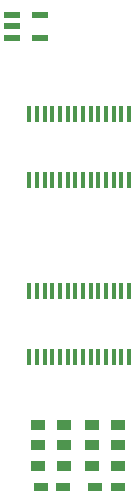
<source format=gtp>
%TF.GenerationSoftware,KiCad,Pcbnew,(5.1.6-0-10_14)*%
%TF.CreationDate,2020-09-10T14:25:20+09:00*%
%TF.ProjectId,qPCR-photo_mux_ADG706BRUZ-ND,71504352-2d70-4686-9f74-6f5f6d75785f,rev?*%
%TF.SameCoordinates,Original*%
%TF.FileFunction,Paste,Top*%
%TF.FilePolarity,Positive*%
%FSLAX46Y46*%
G04 Gerber Fmt 4.6, Leading zero omitted, Abs format (unit mm)*
G04 Created by KiCad (PCBNEW (5.1.6-0-10_14)) date 2020-09-10 14:25:20*
%MOMM*%
%LPD*%
G01*
G04 APERTURE LIST*
%ADD10R,1.200000X0.750000*%
%ADD11R,1.200000X0.900000*%
%ADD12R,0.355600X1.473200*%
%ADD13R,1.473200X0.558800*%
G04 APERTURE END LIST*
D10*
%TO.C,C1*%
X89650000Y-106750000D03*
X87750000Y-106750000D03*
%TD*%
%TO.C,C2*%
X94250000Y-106750000D03*
X92350000Y-106750000D03*
%TD*%
D11*
%TO.C,R1*%
X89750000Y-105000000D03*
X87550000Y-105000000D03*
%TD*%
%TO.C,R2*%
X89750000Y-103250000D03*
X87550000Y-103250000D03*
%TD*%
%TO.C,R3*%
X89700000Y-101500000D03*
X87500000Y-101500000D03*
%TD*%
%TO.C,R4*%
X94250000Y-105000000D03*
X92050000Y-105000000D03*
%TD*%
%TO.C,R5*%
X94250000Y-103250000D03*
X92050000Y-103250000D03*
%TD*%
%TO.C,R6*%
X94250000Y-101500000D03*
X92050000Y-101500000D03*
%TD*%
D12*
%TO.C,U1*%
X86775000Y-95819400D03*
X87425001Y-95819400D03*
X88075000Y-95819400D03*
X88725001Y-95819400D03*
X89374999Y-95819400D03*
X90025001Y-95819400D03*
X90674999Y-95819400D03*
X91324998Y-95819400D03*
X91974999Y-95819400D03*
X92624998Y-95819400D03*
X93274999Y-95819400D03*
X93924998Y-95819400D03*
X94574999Y-95819400D03*
X95224998Y-95819400D03*
X95225000Y-90180600D03*
X94574999Y-90180600D03*
X93925000Y-90180600D03*
X93274999Y-90180600D03*
X92625001Y-90180600D03*
X91974999Y-90180600D03*
X91325001Y-90180600D03*
X90674999Y-90180600D03*
X90025001Y-90180600D03*
X89374999Y-90180600D03*
X88725001Y-90180600D03*
X88075000Y-90180600D03*
X87425001Y-90180600D03*
X86775000Y-90180600D03*
%TD*%
D13*
%TO.C,U3*%
X87696000Y-66829899D03*
X87696000Y-68729901D03*
X85308400Y-68729901D03*
X85308400Y-67779900D03*
X85308400Y-66829899D03*
%TD*%
D12*
%TO.C,U4*%
X86775000Y-75180600D03*
X87425001Y-75180600D03*
X88075000Y-75180600D03*
X88725001Y-75180600D03*
X89374999Y-75180600D03*
X90025001Y-75180600D03*
X90674999Y-75180600D03*
X91325001Y-75180600D03*
X91974999Y-75180600D03*
X92625001Y-75180600D03*
X93274999Y-75180600D03*
X93925000Y-75180600D03*
X94574999Y-75180600D03*
X95225000Y-75180600D03*
X95224998Y-80819400D03*
X94574999Y-80819400D03*
X93924998Y-80819400D03*
X93274999Y-80819400D03*
X92624998Y-80819400D03*
X91974999Y-80819400D03*
X91324998Y-80819400D03*
X90674999Y-80819400D03*
X90025001Y-80819400D03*
X89374999Y-80819400D03*
X88725001Y-80819400D03*
X88075000Y-80819400D03*
X87425001Y-80819400D03*
X86775000Y-80819400D03*
%TD*%
M02*

</source>
